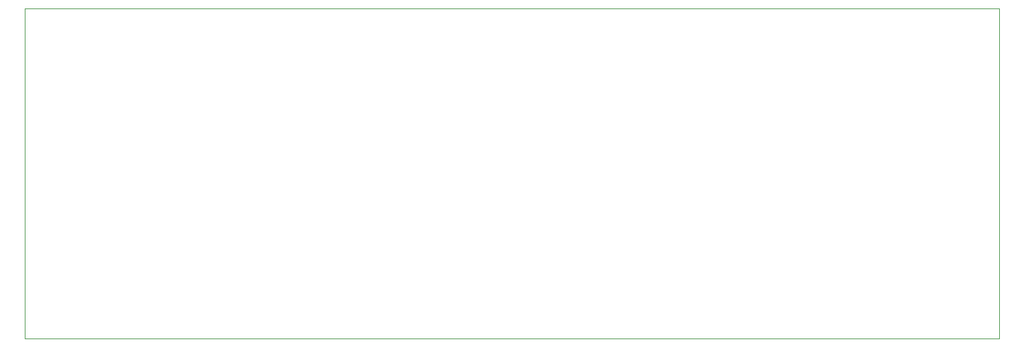
<source format=gbr>
%TF.GenerationSoftware,KiCad,Pcbnew,(6.0.7)*%
%TF.CreationDate,2023-01-05T20:50:53-05:00*%
%TF.ProjectId,Phoenix612_Stage_1_PA_Testing_v1,50686f65-6e69-4783-9631-325f53746167,rev?*%
%TF.SameCoordinates,Original*%
%TF.FileFunction,Profile,NP*%
%FSLAX46Y46*%
G04 Gerber Fmt 4.6, Leading zero omitted, Abs format (unit mm)*
G04 Created by KiCad (PCBNEW (6.0.7)) date 2023-01-05 20:50:53*
%MOMM*%
%LPD*%
G01*
G04 APERTURE LIST*
%TA.AperFunction,Profile*%
%ADD10C,0.100000*%
%TD*%
G04 APERTURE END LIST*
D10*
X17056100Y-61963300D02*
X143471900Y-61963300D01*
X143471900Y-61963300D02*
X143471900Y-19138900D01*
X143471900Y-19138900D02*
X17056100Y-19138900D01*
X17056100Y-19138900D02*
X17056100Y-61963300D01*
M02*

</source>
